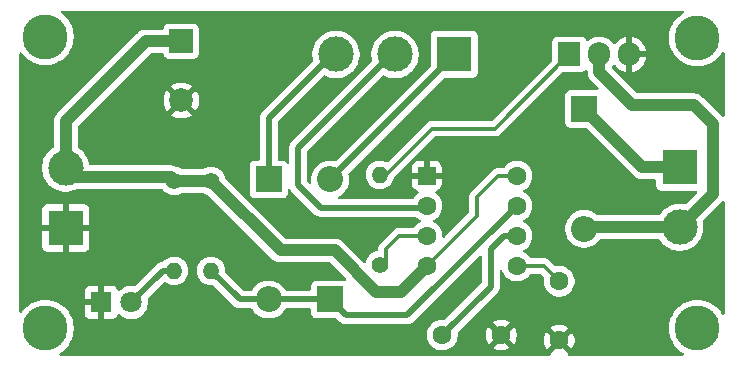
<source format=gbl>
G04 #@! TF.GenerationSoftware,KiCad,Pcbnew,9.0.1*
G04 #@! TF.CreationDate,2025-08-18T16:23:54+05:00*
G04 #@! TF.ProjectId,dc_motor_speed_controller,64635f6d-6f74-46f7-925f-73706565645f,rev?*
G04 #@! TF.SameCoordinates,Original*
G04 #@! TF.FileFunction,Copper,L2,Bot*
G04 #@! TF.FilePolarity,Positive*
%FSLAX46Y46*%
G04 Gerber Fmt 4.6, Leading zero omitted, Abs format (unit mm)*
G04 Created by KiCad (PCBNEW 9.0.1) date 2025-08-18 16:23:54*
%MOMM*%
%LPD*%
G01*
G04 APERTURE LIST*
G04 Aperture macros list*
%AMRoundRect*
0 Rectangle with rounded corners*
0 $1 Rounding radius*
0 $2 $3 $4 $5 $6 $7 $8 $9 X,Y pos of 4 corners*
0 Add a 4 corners polygon primitive as box body*
4,1,4,$2,$3,$4,$5,$6,$7,$8,$9,$2,$3,0*
0 Add four circle primitives for the rounded corners*
1,1,$1+$1,$2,$3*
1,1,$1+$1,$4,$5*
1,1,$1+$1,$6,$7*
1,1,$1+$1,$8,$9*
0 Add four rect primitives between the rounded corners*
20,1,$1+$1,$2,$3,$4,$5,0*
20,1,$1+$1,$4,$5,$6,$7,0*
20,1,$1+$1,$6,$7,$8,$9,0*
20,1,$1+$1,$8,$9,$2,$3,0*%
G04 Aperture macros list end*
G04 #@! TA.AperFunction,ComponentPad*
%ADD10C,3.800000*%
G04 #@! TD*
G04 #@! TA.AperFunction,ComponentPad*
%ADD11C,1.400000*%
G04 #@! TD*
G04 #@! TA.AperFunction,ComponentPad*
%ADD12O,1.400000X1.400000*%
G04 #@! TD*
G04 #@! TA.AperFunction,ComponentPad*
%ADD13R,2.200000X2.200000*%
G04 #@! TD*
G04 #@! TA.AperFunction,ComponentPad*
%ADD14O,2.200000X2.200000*%
G04 #@! TD*
G04 #@! TA.AperFunction,ComponentPad*
%ADD15C,1.600000*%
G04 #@! TD*
G04 #@! TA.AperFunction,ComponentPad*
%ADD16R,3.000000X3.000000*%
G04 #@! TD*
G04 #@! TA.AperFunction,ComponentPad*
%ADD17C,3.000000*%
G04 #@! TD*
G04 #@! TA.AperFunction,ComponentPad*
%ADD18RoundRect,0.250000X-0.550000X-0.550000X0.550000X-0.550000X0.550000X0.550000X-0.550000X0.550000X0*%
G04 #@! TD*
G04 #@! TA.AperFunction,ComponentPad*
%ADD19R,1.905000X2.000000*%
G04 #@! TD*
G04 #@! TA.AperFunction,ComponentPad*
%ADD20O,1.905000X2.000000*%
G04 #@! TD*
G04 #@! TA.AperFunction,ComponentPad*
%ADD21R,2.000000X2.000000*%
G04 #@! TD*
G04 #@! TA.AperFunction,ComponentPad*
%ADD22C,2.000000*%
G04 #@! TD*
G04 #@! TA.AperFunction,ComponentPad*
%ADD23R,1.800000X1.800000*%
G04 #@! TD*
G04 #@! TA.AperFunction,ComponentPad*
%ADD24C,1.800000*%
G04 #@! TD*
G04 #@! TA.AperFunction,Conductor*
%ADD25C,0.500000*%
G04 #@! TD*
G04 #@! TA.AperFunction,Conductor*
%ADD26C,0.300000*%
G04 #@! TD*
G04 #@! TA.AperFunction,Conductor*
%ADD27C,1.000000*%
G04 #@! TD*
G04 APERTURE END LIST*
D10*
X124400000Y-103100000D03*
D11*
X138400000Y-115300000D03*
D12*
X138400000Y-122920000D03*
D13*
X143300000Y-115190000D03*
D14*
X143300000Y-125350000D03*
D15*
X167900000Y-123820000D03*
X167900000Y-128820000D03*
D13*
X170000000Y-109220000D03*
D14*
X170000000Y-119380000D03*
D16*
X159000000Y-104600000D03*
D17*
X154000000Y-104600000D03*
X149000000Y-104600000D03*
D18*
X156695000Y-114890000D03*
D15*
X156695000Y-117430000D03*
X156695000Y-119970000D03*
X156695000Y-122510000D03*
X164315000Y-122510000D03*
X164315000Y-119970000D03*
X164315000Y-117430000D03*
X164315000Y-114890000D03*
D19*
X168760000Y-104600000D03*
D20*
X171300000Y-104600000D03*
X173840000Y-104600000D03*
D11*
X152700000Y-122410000D03*
D12*
X152700000Y-114790000D03*
D16*
X178100000Y-114160000D03*
D17*
X178100000Y-119240000D03*
D21*
X135900000Y-103500000D03*
D22*
X135900000Y-108500000D03*
D13*
X148500000Y-125350000D03*
D14*
X148500000Y-115190000D03*
D10*
X179600000Y-127800000D03*
D11*
X135300000Y-115300000D03*
D12*
X135300000Y-122920000D03*
D10*
X179600000Y-103200000D03*
X124400000Y-127800000D03*
D15*
X158000000Y-128370000D03*
X163000000Y-128370000D03*
D16*
X126115000Y-119300000D03*
D17*
X126115000Y-114220000D03*
D23*
X129125000Y-125600000D03*
D24*
X131665000Y-125600000D03*
D25*
X156200000Y-117600000D02*
X156370000Y-117430000D01*
X162100000Y-121100000D02*
X163230000Y-119970000D01*
X162100000Y-124270000D02*
X162100000Y-121100000D01*
X145800000Y-115700000D02*
X147700000Y-117600000D01*
X163230000Y-119970000D02*
X164315000Y-119970000D01*
X154000000Y-104300000D02*
X145800000Y-112500000D01*
X158000000Y-128370000D02*
X162100000Y-124270000D01*
X145800000Y-112500000D02*
X145800000Y-115700000D01*
X147700000Y-117600000D02*
X156200000Y-117600000D01*
X156370000Y-117430000D02*
X156695000Y-117430000D01*
D26*
X166590000Y-122510000D02*
X167900000Y-123820000D01*
X166590000Y-122510000D02*
X164315000Y-122510000D01*
D27*
X174940000Y-114160000D02*
X178100000Y-114160000D01*
X126895000Y-115000000D02*
X135000000Y-115000000D01*
X135900000Y-103500000D02*
X132900000Y-103500000D01*
D26*
X160900000Y-118305000D02*
X156695000Y-122510000D01*
D27*
X152400000Y-124700000D02*
X154500000Y-124700000D01*
X170000000Y-109220000D02*
X174940000Y-114160000D01*
D26*
X164315000Y-114890000D02*
X162710000Y-114890000D01*
D27*
X148900000Y-121200000D02*
X152400000Y-124700000D01*
X135300000Y-115300000D02*
X138400000Y-115300000D01*
X154500000Y-124700000D02*
X154500000Y-124705000D01*
X144300000Y-121200000D02*
X148900000Y-121200000D01*
X135000000Y-115000000D02*
X135300000Y-115300000D01*
X138400000Y-115300000D02*
X144300000Y-121200000D01*
D26*
X160900000Y-116700000D02*
X160900000Y-118305000D01*
D27*
X126115000Y-114220000D02*
X126895000Y-115000000D01*
X154500000Y-124705000D02*
X156695000Y-122510000D01*
D26*
X162710000Y-114890000D02*
X160900000Y-116700000D01*
D27*
X132900000Y-103500000D02*
X126115000Y-110285000D01*
X126115000Y-110285000D02*
X126115000Y-114220000D01*
X178100000Y-119240000D02*
X180900000Y-116440000D01*
X180900000Y-110500000D02*
X179300000Y-108900000D01*
X179300000Y-108900000D02*
X174100000Y-108900000D01*
X178100000Y-119240000D02*
X170140000Y-119240000D01*
X174100000Y-108900000D02*
X171300000Y-106100000D01*
X170140000Y-119240000D02*
X170000000Y-119380000D01*
X180900000Y-116440000D02*
X180900000Y-110500000D01*
X171300000Y-106100000D02*
X171300000Y-104600000D01*
D25*
X155045000Y-126700000D02*
X164315000Y-117430000D01*
X148500000Y-125350000D02*
X149850000Y-126700000D01*
X149850000Y-126700000D02*
X155045000Y-126700000D01*
X138400000Y-122920000D02*
X140830000Y-125350000D01*
X143300000Y-125350000D02*
X148500000Y-125350000D01*
X140830000Y-125350000D02*
X143300000Y-125350000D01*
X149000000Y-104300000D02*
X143300000Y-110000000D01*
X143300000Y-110000000D02*
X143300000Y-115190000D01*
X148500000Y-115190000D02*
X159000000Y-104690000D01*
X159000000Y-104690000D02*
X159000000Y-104300000D01*
X134345000Y-122920000D02*
X131665000Y-125600000D01*
X135300000Y-122920000D02*
X134345000Y-122920000D01*
D26*
X162460000Y-110900000D02*
X168760000Y-104600000D01*
X153200000Y-114790000D02*
X157090000Y-110900000D01*
X157090000Y-110900000D02*
X162460000Y-110900000D01*
X154330000Y-119970000D02*
X153200000Y-121100000D01*
X156695000Y-119970000D02*
X154330000Y-119970000D01*
X153200000Y-121100000D02*
X153200000Y-122410000D01*
G04 #@! TA.AperFunction,Conductor*
G36*
X178387085Y-100918438D02*
G01*
X178432842Y-100971241D01*
X178442787Y-101040399D01*
X178413765Y-101103956D01*
X178386021Y-101127750D01*
X178208712Y-101239161D01*
X177997915Y-101407265D01*
X177807265Y-101597915D01*
X177639161Y-101808712D01*
X177495714Y-102037005D01*
X177378734Y-102279917D01*
X177289687Y-102534397D01*
X177289684Y-102534405D01*
X177229688Y-102797268D01*
X177229686Y-102797280D01*
X177199500Y-103065186D01*
X177199500Y-103334813D01*
X177229686Y-103602719D01*
X177229687Y-103602728D01*
X177229688Y-103602732D01*
X177230419Y-103605934D01*
X177289684Y-103865594D01*
X177289687Y-103865602D01*
X177378734Y-104120082D01*
X177495714Y-104362994D01*
X177495716Y-104362997D01*
X177639162Y-104591289D01*
X177807266Y-104802085D01*
X177997915Y-104992734D01*
X178208711Y-105160838D01*
X178437003Y-105304284D01*
X178679921Y-105421267D01*
X178820081Y-105470311D01*
X178934397Y-105510312D01*
X178934405Y-105510315D01*
X178934408Y-105510315D01*
X178934409Y-105510316D01*
X179197268Y-105570312D01*
X179465187Y-105600499D01*
X179465188Y-105600500D01*
X179465191Y-105600500D01*
X179734812Y-105600500D01*
X179734812Y-105600499D01*
X180002732Y-105570312D01*
X180265591Y-105510316D01*
X180520079Y-105421267D01*
X180762997Y-105304284D01*
X180991289Y-105160838D01*
X181202085Y-104992734D01*
X181392734Y-104802085D01*
X181560838Y-104591289D01*
X181670506Y-104416753D01*
X181722841Y-104370463D01*
X181791894Y-104359815D01*
X181855743Y-104388190D01*
X181894115Y-104446580D01*
X181899500Y-104482726D01*
X181899500Y-109786608D01*
X181879815Y-109853647D01*
X181827011Y-109899402D01*
X181757853Y-109909346D01*
X181694297Y-109880321D01*
X181679647Y-109865273D01*
X181677138Y-109862216D01*
X180084209Y-108269289D01*
X180084206Y-108269285D01*
X180084206Y-108269286D01*
X180077139Y-108262219D01*
X180077139Y-108262218D01*
X179937782Y-108122861D01*
X179937781Y-108122860D01*
X179937780Y-108122859D01*
X179773920Y-108013371D01*
X179773911Y-108013366D01*
X179701315Y-107983296D01*
X179645165Y-107960038D01*
X179591836Y-107937949D01*
X179591832Y-107937948D01*
X179591828Y-107937946D01*
X179495188Y-107918724D01*
X179398544Y-107899500D01*
X179398541Y-107899500D01*
X174565782Y-107899500D01*
X174498743Y-107879815D01*
X174478101Y-107863181D01*
X172396317Y-105781397D01*
X172395844Y-105780532D01*
X172394986Y-105780046D01*
X172379130Y-105749923D01*
X172362832Y-105720074D01*
X172362902Y-105719090D01*
X172362443Y-105718218D01*
X172365389Y-105684311D01*
X172367816Y-105650382D01*
X172368434Y-105649269D01*
X172368492Y-105648611D01*
X172370561Y-105645445D01*
X172385879Y-105617896D01*
X172390717Y-105611634D01*
X172408286Y-105594066D01*
X172471098Y-105507612D01*
X172472189Y-105506201D01*
X172499053Y-105486723D01*
X172525319Y-105466470D01*
X172527215Y-105466307D01*
X172528756Y-105465190D01*
X172561886Y-105463329D01*
X172594932Y-105460491D01*
X172596614Y-105461378D01*
X172598516Y-105461272D01*
X172627398Y-105477621D01*
X172656727Y-105493096D01*
X172658644Y-105495308D01*
X172659320Y-105495691D01*
X172659852Y-105496702D01*
X172670626Y-105509135D01*
X172732097Y-105593741D01*
X172732097Y-105593742D01*
X172893757Y-105755402D01*
X173078723Y-105889788D01*
X173282429Y-105993582D01*
X173499871Y-106064234D01*
X173590000Y-106078509D01*
X173590000Y-105090747D01*
X173627708Y-105112518D01*
X173767591Y-105150000D01*
X173912409Y-105150000D01*
X174052292Y-105112518D01*
X174090000Y-105090747D01*
X174090000Y-106078508D01*
X174180128Y-106064234D01*
X174397570Y-105993582D01*
X174601276Y-105889788D01*
X174786242Y-105755402D01*
X174947902Y-105593742D01*
X175082288Y-105408776D01*
X175186082Y-105205070D01*
X175256734Y-104987628D01*
X175278532Y-104850000D01*
X174330748Y-104850000D01*
X174352518Y-104812292D01*
X174390000Y-104672409D01*
X174390000Y-104527591D01*
X174352518Y-104387708D01*
X174330748Y-104350000D01*
X175278532Y-104350000D01*
X175256734Y-104212371D01*
X175186082Y-103994929D01*
X175082288Y-103791223D01*
X174947902Y-103606257D01*
X174786242Y-103444597D01*
X174601276Y-103310211D01*
X174397568Y-103206417D01*
X174180124Y-103135765D01*
X174090000Y-103121490D01*
X174090000Y-104109252D01*
X174052292Y-104087482D01*
X173912409Y-104050000D01*
X173767591Y-104050000D01*
X173627708Y-104087482D01*
X173590000Y-104109252D01*
X173590000Y-103121490D01*
X173589999Y-103121490D01*
X173499875Y-103135765D01*
X173282431Y-103206417D01*
X173078723Y-103310211D01*
X172893757Y-103444597D01*
X172732097Y-103606257D01*
X172670627Y-103690864D01*
X172615297Y-103733529D01*
X172545684Y-103739508D01*
X172483889Y-103706902D01*
X172469991Y-103690864D01*
X172408286Y-103605934D01*
X172246566Y-103444214D01*
X172061538Y-103309783D01*
X171999435Y-103278140D01*
X171857755Y-103205950D01*
X171640248Y-103135278D01*
X171454812Y-103105908D01*
X171414354Y-103099500D01*
X171185646Y-103099500D01*
X171145188Y-103105908D01*
X170959753Y-103135278D01*
X170959750Y-103135278D01*
X170742244Y-103205950D01*
X170538461Y-103309783D01*
X170355759Y-103442525D01*
X170289952Y-103466005D01*
X170221898Y-103450180D01*
X170173203Y-103400074D01*
X170166690Y-103385538D01*
X170156296Y-103357669D01*
X170156293Y-103357664D01*
X170070047Y-103242455D01*
X170070044Y-103242452D01*
X169954835Y-103156206D01*
X169954828Y-103156202D01*
X169819982Y-103105908D01*
X169819983Y-103105908D01*
X169760383Y-103099501D01*
X169760381Y-103099500D01*
X169760373Y-103099500D01*
X169760364Y-103099500D01*
X167759629Y-103099500D01*
X167759623Y-103099501D01*
X167700016Y-103105908D01*
X167565171Y-103156202D01*
X167565164Y-103156206D01*
X167449955Y-103242452D01*
X167449952Y-103242455D01*
X167363706Y-103357664D01*
X167363702Y-103357671D01*
X167313408Y-103492517D01*
X167307001Y-103552116D01*
X167307000Y-103552135D01*
X167307000Y-105081691D01*
X167287315Y-105148730D01*
X167270681Y-105169372D01*
X162226873Y-110213181D01*
X162165550Y-110246666D01*
X162139192Y-110249500D01*
X157025929Y-110249500D01*
X156900261Y-110274497D01*
X156900255Y-110274499D01*
X156781874Y-110323534D01*
X156675326Y-110394726D01*
X153378073Y-113691979D01*
X153316750Y-113725464D01*
X153247058Y-113720480D01*
X153234097Y-113714783D01*
X153160836Y-113677454D01*
X152981118Y-113619059D01*
X152794486Y-113589500D01*
X152794481Y-113589500D01*
X152605519Y-113589500D01*
X152605514Y-113589500D01*
X152418881Y-113619059D01*
X152239163Y-113677454D01*
X152070800Y-113763240D01*
X151996895Y-113816936D01*
X151917927Y-113874310D01*
X151917925Y-113874312D01*
X151917924Y-113874312D01*
X151784312Y-114007924D01*
X151784312Y-114007925D01*
X151784310Y-114007927D01*
X151736610Y-114073579D01*
X151673240Y-114160800D01*
X151587454Y-114329163D01*
X151529059Y-114508881D01*
X151499500Y-114695513D01*
X151499500Y-114884486D01*
X151529059Y-115071118D01*
X151587454Y-115250836D01*
X151673240Y-115419199D01*
X151784310Y-115572073D01*
X151917927Y-115705690D01*
X152070801Y-115816760D01*
X152150347Y-115857290D01*
X152239163Y-115902545D01*
X152239165Y-115902545D01*
X152239168Y-115902547D01*
X152335497Y-115933846D01*
X152418881Y-115960940D01*
X152605514Y-115990500D01*
X152605519Y-115990500D01*
X152794486Y-115990500D01*
X152981118Y-115960940D01*
X153160832Y-115902547D01*
X153329199Y-115816760D01*
X153482073Y-115705690D01*
X153615690Y-115572073D01*
X153726760Y-115419199D01*
X153812547Y-115250832D01*
X153870940Y-115071118D01*
X153870942Y-115071105D01*
X153872074Y-115066392D01*
X153873536Y-115066742D01*
X153900591Y-115009641D01*
X153905454Y-115004490D01*
X157323127Y-111586819D01*
X157384450Y-111553334D01*
X157410808Y-111550500D01*
X162524071Y-111550500D01*
X162608615Y-111533682D01*
X162649744Y-111525501D01*
X162768127Y-111476465D01*
X162789698Y-111462052D01*
X162874669Y-111405277D01*
X168143127Y-106136817D01*
X168204450Y-106103333D01*
X168230808Y-106100499D01*
X169760371Y-106100499D01*
X169760372Y-106100499D01*
X169819983Y-106094091D01*
X169954831Y-106043796D01*
X170070046Y-105957546D01*
X170076233Y-105949280D01*
X170132166Y-105907409D01*
X170201858Y-105902425D01*
X170263181Y-105935909D01*
X170296666Y-105997232D01*
X170299500Y-106023591D01*
X170299500Y-106198541D01*
X170299500Y-106198543D01*
X170299499Y-106198543D01*
X170337947Y-106391829D01*
X170337950Y-106391839D01*
X170413364Y-106573907D01*
X170413371Y-106573920D01*
X170522860Y-106737781D01*
X170522863Y-106737785D01*
X170666537Y-106881459D01*
X170666559Y-106881479D01*
X171192899Y-107407819D01*
X171226384Y-107469142D01*
X171221400Y-107538834D01*
X171179528Y-107594767D01*
X171114064Y-107619184D01*
X171105218Y-107619500D01*
X168852129Y-107619500D01*
X168852123Y-107619501D01*
X168792516Y-107625908D01*
X168657671Y-107676202D01*
X168657664Y-107676206D01*
X168542455Y-107762452D01*
X168542452Y-107762455D01*
X168456206Y-107877664D01*
X168456202Y-107877671D01*
X168405908Y-108012517D01*
X168399501Y-108072116D01*
X168399500Y-108072135D01*
X168399500Y-110367870D01*
X168399501Y-110367876D01*
X168405908Y-110427483D01*
X168456202Y-110562328D01*
X168456206Y-110562335D01*
X168542452Y-110677544D01*
X168542455Y-110677547D01*
X168657664Y-110763793D01*
X168657671Y-110763797D01*
X168792517Y-110814091D01*
X168792516Y-110814091D01*
X168799444Y-110814835D01*
X168852127Y-110820500D01*
X170134217Y-110820499D01*
X170201256Y-110840184D01*
X170221898Y-110856818D01*
X174159735Y-114794655D01*
X174159764Y-114794686D01*
X174302214Y-114937136D01*
X174302218Y-114937139D01*
X174466079Y-115046628D01*
X174466083Y-115046630D01*
X174466086Y-115046632D01*
X174590407Y-115098127D01*
X174648164Y-115122051D01*
X174744812Y-115141275D01*
X174826192Y-115157463D01*
X174841458Y-115160500D01*
X174841459Y-115160500D01*
X174841460Y-115160500D01*
X175038540Y-115160500D01*
X175975501Y-115160500D01*
X176042540Y-115180185D01*
X176088295Y-115232989D01*
X176099501Y-115284500D01*
X176099501Y-115707876D01*
X176105908Y-115767483D01*
X176156202Y-115902328D01*
X176156206Y-115902335D01*
X176242452Y-116017544D01*
X176242455Y-116017547D01*
X176357664Y-116103793D01*
X176357671Y-116103797D01*
X176492517Y-116154091D01*
X176492516Y-116154091D01*
X176498088Y-116154690D01*
X176552127Y-116160500D01*
X179465217Y-116160499D01*
X179532256Y-116180184D01*
X179578011Y-116232987D01*
X179587955Y-116302146D01*
X179558930Y-116365702D01*
X179552898Y-116372180D01*
X178668110Y-117256968D01*
X178606787Y-117290453D01*
X178548337Y-117289062D01*
X178529271Y-117283953D01*
X178491116Y-117273730D01*
X178447662Y-117268009D01*
X178231127Y-117239500D01*
X178231120Y-117239500D01*
X177968880Y-117239500D01*
X177968872Y-117239500D01*
X177737772Y-117269926D01*
X177708884Y-117273730D01*
X177507658Y-117327648D01*
X177455581Y-117341602D01*
X177455571Y-117341605D01*
X177213309Y-117441953D01*
X177213299Y-117441958D01*
X176986196Y-117573075D01*
X176778148Y-117732718D01*
X176592718Y-117918148D01*
X176433075Y-118126196D01*
X176403456Y-118177500D01*
X176352889Y-118225715D01*
X176296069Y-118239500D01*
X171174311Y-118239500D01*
X171107272Y-118219815D01*
X171086630Y-118203181D01*
X171042654Y-118159205D01*
X171042649Y-118159201D01*
X170838848Y-118011132D01*
X170838847Y-118011131D01*
X170838845Y-118011130D01*
X170768747Y-117975413D01*
X170614383Y-117896760D01*
X170374785Y-117818910D01*
X170125962Y-117779500D01*
X169874038Y-117779500D01*
X169749626Y-117799205D01*
X169625214Y-117818910D01*
X169385616Y-117896760D01*
X169161151Y-118011132D01*
X168957350Y-118159201D01*
X168957345Y-118159205D01*
X168779205Y-118337345D01*
X168779201Y-118337350D01*
X168631132Y-118541151D01*
X168516760Y-118765616D01*
X168438910Y-119005214D01*
X168399500Y-119254038D01*
X168399500Y-119505961D01*
X168438910Y-119754785D01*
X168516760Y-119994383D01*
X168576362Y-120111357D01*
X168631068Y-120218724D01*
X168631132Y-120218848D01*
X168779201Y-120422649D01*
X168779205Y-120422654D01*
X168957345Y-120600794D01*
X168957350Y-120600798D01*
X169034457Y-120656819D01*
X169161155Y-120748870D01*
X169295286Y-120817213D01*
X169385616Y-120863239D01*
X169385618Y-120863239D01*
X169385621Y-120863241D01*
X169625215Y-120941090D01*
X169874038Y-120980500D01*
X169874039Y-120980500D01*
X170125961Y-120980500D01*
X170125962Y-120980500D01*
X170374785Y-120941090D01*
X170614379Y-120863241D01*
X170838845Y-120748870D01*
X171042656Y-120600793D01*
X171220793Y-120422656D01*
X171316000Y-120291615D01*
X171371330Y-120248949D01*
X171416318Y-120240500D01*
X176296069Y-120240500D01*
X176363108Y-120260185D01*
X176403456Y-120302500D01*
X176433075Y-120353803D01*
X176592718Y-120561851D01*
X176592726Y-120561860D01*
X176778140Y-120747274D01*
X176778148Y-120747281D01*
X176986196Y-120906924D01*
X177213299Y-121038041D01*
X177213309Y-121038046D01*
X177455571Y-121138394D01*
X177455581Y-121138398D01*
X177708884Y-121206270D01*
X177968880Y-121240500D01*
X177968887Y-121240500D01*
X178231113Y-121240500D01*
X178231120Y-121240500D01*
X178491116Y-121206270D01*
X178744419Y-121138398D01*
X178921340Y-121065114D01*
X178986690Y-121038046D01*
X178986691Y-121038045D01*
X178986697Y-121038043D01*
X179213803Y-120906924D01*
X179421851Y-120747282D01*
X179421855Y-120747277D01*
X179421860Y-120747274D01*
X179607274Y-120561860D01*
X179607277Y-120561855D01*
X179607282Y-120561851D01*
X179766924Y-120353803D01*
X179898043Y-120126697D01*
X179906462Y-120106373D01*
X179937768Y-120030793D01*
X179998398Y-119884419D01*
X180066270Y-119631116D01*
X180100500Y-119371120D01*
X180100500Y-119108880D01*
X180066270Y-118848884D01*
X180050937Y-118791661D01*
X180052600Y-118721811D01*
X180083029Y-118671889D01*
X181537778Y-117217141D01*
X181537782Y-117217139D01*
X181677139Y-117077782D01*
X181679804Y-117073793D01*
X181687434Y-117066096D01*
X181713127Y-117051919D01*
X181737387Y-117035393D01*
X181743370Y-117035232D01*
X181748609Y-117032342D01*
X181777889Y-117034306D01*
X181807232Y-117033520D01*
X181812351Y-117036619D01*
X181818322Y-117037020D01*
X181841892Y-117054502D01*
X181867002Y-117069704D01*
X181869633Y-117075079D01*
X181874439Y-117078644D01*
X181884815Y-117106093D01*
X181897721Y-117132459D01*
X181898573Y-117142492D01*
X181899144Y-117144001D01*
X181898828Y-117145484D01*
X181899500Y-117153391D01*
X181899500Y-126517273D01*
X181879815Y-126584312D01*
X181827011Y-126630067D01*
X181757853Y-126640011D01*
X181694297Y-126610986D01*
X181670506Y-126583245D01*
X181599593Y-126470389D01*
X181560838Y-126408711D01*
X181392734Y-126197915D01*
X181202085Y-126007266D01*
X180991289Y-125839162D01*
X180786083Y-125710222D01*
X180762994Y-125695714D01*
X180520082Y-125578734D01*
X180265602Y-125489687D01*
X180265594Y-125489684D01*
X180068446Y-125444687D01*
X180002732Y-125429688D01*
X180002728Y-125429687D01*
X180002719Y-125429686D01*
X179734813Y-125399500D01*
X179734809Y-125399500D01*
X179465191Y-125399500D01*
X179465186Y-125399500D01*
X179197280Y-125429686D01*
X179197268Y-125429688D01*
X178934405Y-125489684D01*
X178934397Y-125489687D01*
X178679917Y-125578734D01*
X178437005Y-125695714D01*
X178208712Y-125839161D01*
X177997915Y-126007265D01*
X177807265Y-126197915D01*
X177639161Y-126408712D01*
X177495714Y-126637005D01*
X177378734Y-126879917D01*
X177289687Y-127134397D01*
X177289684Y-127134405D01*
X177229688Y-127397268D01*
X177229686Y-127397280D01*
X177199500Y-127665186D01*
X177199500Y-127934813D01*
X177229686Y-128202719D01*
X177229687Y-128202728D01*
X177229688Y-128202732D01*
X177244505Y-128267648D01*
X177289684Y-128465594D01*
X177289687Y-128465602D01*
X177378734Y-128720082D01*
X177495714Y-128962994D01*
X177540087Y-129033613D01*
X177639162Y-129191289D01*
X177807266Y-129402085D01*
X177997915Y-129592734D01*
X178208711Y-129760838D01*
X178383246Y-129870506D01*
X178429537Y-129922841D01*
X178440185Y-129991894D01*
X178411810Y-130055743D01*
X178353420Y-130094115D01*
X178317274Y-130099500D01*
X168732243Y-130099500D01*
X168665204Y-130079815D01*
X168619449Y-130027011D01*
X168609505Y-129957853D01*
X168623789Y-129926575D01*
X168625921Y-129899474D01*
X167946447Y-129220000D01*
X167952661Y-129220000D01*
X168054394Y-129192741D01*
X168145606Y-129140080D01*
X168220080Y-129065606D01*
X168272741Y-128974394D01*
X168300000Y-128872661D01*
X168300000Y-128866447D01*
X168979474Y-129545921D01*
X169011859Y-129501349D01*
X169104755Y-129319031D01*
X169167990Y-129124417D01*
X169200000Y-128922317D01*
X169200000Y-128717682D01*
X169167990Y-128515582D01*
X169104755Y-128320968D01*
X169011859Y-128138650D01*
X168979474Y-128094077D01*
X168979474Y-128094076D01*
X168300000Y-128773551D01*
X168300000Y-128767339D01*
X168272741Y-128665606D01*
X168220080Y-128574394D01*
X168145606Y-128499920D01*
X168054394Y-128447259D01*
X167952661Y-128420000D01*
X167946446Y-128420000D01*
X168625922Y-127740524D01*
X168625921Y-127740523D01*
X168581359Y-127708147D01*
X168581350Y-127708141D01*
X168399031Y-127615244D01*
X168204417Y-127552009D01*
X168002317Y-127520000D01*
X167797683Y-127520000D01*
X167595582Y-127552009D01*
X167400968Y-127615244D01*
X167218644Y-127708143D01*
X167174077Y-127740523D01*
X167174077Y-127740524D01*
X167853554Y-128420000D01*
X167847339Y-128420000D01*
X167745606Y-128447259D01*
X167654394Y-128499920D01*
X167579920Y-128574394D01*
X167527259Y-128665606D01*
X167500000Y-128767339D01*
X167500000Y-128773553D01*
X166820524Y-128094077D01*
X166820523Y-128094077D01*
X166788143Y-128138644D01*
X166695244Y-128320968D01*
X166632009Y-128515582D01*
X166600000Y-128717682D01*
X166600000Y-128922317D01*
X166632009Y-129124417D01*
X166695244Y-129319031D01*
X166788141Y-129501350D01*
X166788147Y-129501359D01*
X166820523Y-129545921D01*
X166820524Y-129545922D01*
X167500000Y-128866446D01*
X167500000Y-128872661D01*
X167527259Y-128974394D01*
X167579920Y-129065606D01*
X167654394Y-129140080D01*
X167745606Y-129192741D01*
X167847339Y-129220000D01*
X167853553Y-129220000D01*
X167174076Y-129899474D01*
X167175748Y-129920710D01*
X167183307Y-129930513D01*
X167189285Y-130000127D01*
X167156678Y-130061921D01*
X167095839Y-130096278D01*
X167067755Y-130099500D01*
X125682726Y-130099500D01*
X125615687Y-130079815D01*
X125569932Y-130027011D01*
X125559988Y-129957853D01*
X125589013Y-129894297D01*
X125616754Y-129870506D01*
X125791289Y-129760838D01*
X126002085Y-129592734D01*
X126192734Y-129402085D01*
X126360838Y-129191289D01*
X126504284Y-128962997D01*
X126621267Y-128720079D01*
X126710316Y-128465591D01*
X126770312Y-128202732D01*
X126800500Y-127934809D01*
X126800500Y-127665191D01*
X126770312Y-127397268D01*
X126710316Y-127134409D01*
X126621267Y-126879921D01*
X126504284Y-126637003D01*
X126360838Y-126408711D01*
X126192734Y-126197915D01*
X126002085Y-126007266D01*
X125791289Y-125839162D01*
X125586083Y-125710222D01*
X125562994Y-125695714D01*
X125320082Y-125578734D01*
X125065602Y-125489687D01*
X125065594Y-125489684D01*
X124868446Y-125444687D01*
X124802732Y-125429688D01*
X124802728Y-125429687D01*
X124802719Y-125429686D01*
X124534813Y-125399500D01*
X124534809Y-125399500D01*
X124265191Y-125399500D01*
X124265186Y-125399500D01*
X123997280Y-125429686D01*
X123997268Y-125429688D01*
X123734405Y-125489684D01*
X123734397Y-125489687D01*
X123479917Y-125578734D01*
X123237005Y-125695714D01*
X123008712Y-125839161D01*
X122797915Y-126007265D01*
X122607265Y-126197915D01*
X122439159Y-126408714D01*
X122429493Y-126424098D01*
X122377158Y-126470389D01*
X122308105Y-126481036D01*
X122244256Y-126452661D01*
X122205885Y-126394270D01*
X122200500Y-126358125D01*
X122200500Y-124652155D01*
X127725000Y-124652155D01*
X127725000Y-125350000D01*
X128749722Y-125350000D01*
X128705667Y-125426306D01*
X128675000Y-125540756D01*
X128675000Y-125659244D01*
X128705667Y-125773694D01*
X128749722Y-125850000D01*
X127725000Y-125850000D01*
X127725000Y-126547844D01*
X127731401Y-126607372D01*
X127731403Y-126607379D01*
X127781645Y-126742086D01*
X127781649Y-126742093D01*
X127867809Y-126857187D01*
X127867812Y-126857190D01*
X127982906Y-126943350D01*
X127982913Y-126943354D01*
X128117620Y-126993596D01*
X128117627Y-126993598D01*
X128177155Y-126999999D01*
X128177172Y-127000000D01*
X128875000Y-127000000D01*
X128875000Y-125975277D01*
X128951306Y-126019333D01*
X129065756Y-126050000D01*
X129184244Y-126050000D01*
X129298694Y-126019333D01*
X129375000Y-125975277D01*
X129375000Y-127000000D01*
X130072828Y-127000000D01*
X130072844Y-126999999D01*
X130132372Y-126993598D01*
X130132379Y-126993596D01*
X130267086Y-126943354D01*
X130267093Y-126943350D01*
X130382187Y-126857190D01*
X130382190Y-126857187D01*
X130468350Y-126742093D01*
X130468354Y-126742086D01*
X130498213Y-126662031D01*
X130540084Y-126606097D01*
X130605548Y-126581680D01*
X130673821Y-126596531D01*
X130702076Y-126617683D01*
X130752636Y-126668243D01*
X130752641Y-126668247D01*
X130908192Y-126781260D01*
X130930978Y-126797815D01*
X131047501Y-126857187D01*
X131127393Y-126897895D01*
X131127396Y-126897896D01*
X131232221Y-126931955D01*
X131337049Y-126966015D01*
X131554778Y-127000500D01*
X131554779Y-127000500D01*
X131775221Y-127000500D01*
X131775222Y-127000500D01*
X131992951Y-126966015D01*
X132202606Y-126897895D01*
X132399022Y-126797815D01*
X132577365Y-126668242D01*
X132733242Y-126512365D01*
X132862815Y-126334022D01*
X132962895Y-126137606D01*
X133031015Y-125927951D01*
X133065500Y-125710222D01*
X133065500Y-125489778D01*
X133044084Y-125354566D01*
X133053038Y-125285276D01*
X133078873Y-125247493D01*
X134427259Y-123899107D01*
X134488580Y-123865624D01*
X134558272Y-123870608D01*
X134587819Y-123886469D01*
X134646830Y-123929344D01*
X134670799Y-123946759D01*
X134839163Y-124032545D01*
X134839165Y-124032545D01*
X134839168Y-124032547D01*
X134935497Y-124063846D01*
X135018881Y-124090940D01*
X135205514Y-124120500D01*
X135205519Y-124120500D01*
X135394486Y-124120500D01*
X135581118Y-124090940D01*
X135630145Y-124075010D01*
X135760832Y-124032547D01*
X135929199Y-123946760D01*
X136082073Y-123835690D01*
X136215690Y-123702073D01*
X136326760Y-123549199D01*
X136412547Y-123380832D01*
X136470940Y-123201118D01*
X136472446Y-123191610D01*
X136500500Y-123014486D01*
X136500500Y-122825513D01*
X136470940Y-122638881D01*
X136423658Y-122493364D01*
X136412547Y-122459168D01*
X136412545Y-122459165D01*
X136412545Y-122459163D01*
X136326759Y-122290800D01*
X136300690Y-122254919D01*
X136215690Y-122137927D01*
X136082073Y-122004310D01*
X135929199Y-121893240D01*
X135912040Y-121884497D01*
X135760836Y-121807454D01*
X135581118Y-121749059D01*
X135394486Y-121719500D01*
X135394481Y-121719500D01*
X135205519Y-121719500D01*
X135205514Y-121719500D01*
X135018881Y-121749059D01*
X134839163Y-121807454D01*
X134670800Y-121893240D01*
X134615341Y-121933534D01*
X134517927Y-122004310D01*
X134517925Y-122004312D01*
X134517924Y-122004312D01*
X134389056Y-122133181D01*
X134327733Y-122166666D01*
X134301375Y-122169500D01*
X134271080Y-122169500D01*
X134126092Y-122198340D01*
X134126082Y-122198343D01*
X133989511Y-122254912D01*
X133989498Y-122254919D01*
X133866584Y-122337048D01*
X133866580Y-122337051D01*
X132017508Y-124186122D01*
X131956185Y-124219607D01*
X131910429Y-124220914D01*
X131775227Y-124199500D01*
X131775222Y-124199500D01*
X131554778Y-124199500D01*
X131482201Y-124210995D01*
X131337047Y-124233985D01*
X131127396Y-124302103D01*
X131127393Y-124302104D01*
X130930974Y-124402187D01*
X130752641Y-124531752D01*
X130752636Y-124531756D01*
X130702075Y-124582317D01*
X130640752Y-124615801D01*
X130571060Y-124610816D01*
X130515127Y-124568945D01*
X130498213Y-124537968D01*
X130468354Y-124457913D01*
X130468350Y-124457906D01*
X130382190Y-124342812D01*
X130382187Y-124342809D01*
X130267093Y-124256649D01*
X130267086Y-124256645D01*
X130132379Y-124206403D01*
X130132372Y-124206401D01*
X130072844Y-124200000D01*
X129375000Y-124200000D01*
X129375000Y-125224722D01*
X129298694Y-125180667D01*
X129184244Y-125150000D01*
X129065756Y-125150000D01*
X128951306Y-125180667D01*
X128875000Y-125224722D01*
X128875000Y-124200000D01*
X128177155Y-124200000D01*
X128117627Y-124206401D01*
X128117620Y-124206403D01*
X127982913Y-124256645D01*
X127982906Y-124256649D01*
X127867812Y-124342809D01*
X127867809Y-124342812D01*
X127781649Y-124457906D01*
X127781645Y-124457913D01*
X127731403Y-124592620D01*
X127731401Y-124592627D01*
X127725000Y-124652155D01*
X122200500Y-124652155D01*
X122200500Y-117752155D01*
X124115000Y-117752155D01*
X124115000Y-119050000D01*
X125395936Y-119050000D01*
X125384207Y-119078316D01*
X125355000Y-119225147D01*
X125355000Y-119374853D01*
X125384207Y-119521684D01*
X125395936Y-119550000D01*
X124115000Y-119550000D01*
X124115000Y-120847844D01*
X124121401Y-120907372D01*
X124121403Y-120907379D01*
X124171645Y-121042086D01*
X124171649Y-121042093D01*
X124257809Y-121157187D01*
X124257812Y-121157190D01*
X124372906Y-121243350D01*
X124372913Y-121243354D01*
X124507620Y-121293596D01*
X124507627Y-121293598D01*
X124567155Y-121299999D01*
X124567172Y-121300000D01*
X125865000Y-121300000D01*
X125865000Y-120019064D01*
X125893316Y-120030793D01*
X126040147Y-120060000D01*
X126189853Y-120060000D01*
X126336684Y-120030793D01*
X126365000Y-120019064D01*
X126365000Y-121300000D01*
X127662828Y-121300000D01*
X127662844Y-121299999D01*
X127722372Y-121293598D01*
X127722379Y-121293596D01*
X127857086Y-121243354D01*
X127857093Y-121243350D01*
X127972187Y-121157190D01*
X127972190Y-121157187D01*
X128058350Y-121042093D01*
X128058354Y-121042086D01*
X128108596Y-120907379D01*
X128108598Y-120907372D01*
X128114999Y-120847844D01*
X128115000Y-120847827D01*
X128115000Y-119550000D01*
X126834064Y-119550000D01*
X126845793Y-119521684D01*
X126875000Y-119374853D01*
X126875000Y-119225147D01*
X126845793Y-119078316D01*
X126834064Y-119050000D01*
X128115000Y-119050000D01*
X128115000Y-117752172D01*
X128114999Y-117752155D01*
X128108598Y-117692627D01*
X128108596Y-117692620D01*
X128058354Y-117557913D01*
X128058350Y-117557906D01*
X127972190Y-117442812D01*
X127972187Y-117442809D01*
X127857093Y-117356649D01*
X127857086Y-117356645D01*
X127722379Y-117306403D01*
X127722372Y-117306401D01*
X127662844Y-117300000D01*
X126365000Y-117300000D01*
X126365000Y-118580935D01*
X126336684Y-118569207D01*
X126189853Y-118540000D01*
X126040147Y-118540000D01*
X125893316Y-118569207D01*
X125865000Y-118580935D01*
X125865000Y-117300000D01*
X124567155Y-117300000D01*
X124507627Y-117306401D01*
X124507620Y-117306403D01*
X124372913Y-117356645D01*
X124372906Y-117356649D01*
X124257812Y-117442809D01*
X124257809Y-117442812D01*
X124171649Y-117557906D01*
X124171645Y-117557913D01*
X124121403Y-117692620D01*
X124121401Y-117692627D01*
X124115000Y-117752155D01*
X122200500Y-117752155D01*
X122200500Y-114088872D01*
X124114500Y-114088872D01*
X124114500Y-114351127D01*
X124132784Y-114490000D01*
X124148730Y-114611116D01*
X124209346Y-114837339D01*
X124216602Y-114864418D01*
X124216605Y-114864428D01*
X124316953Y-115106690D01*
X124316958Y-115106700D01*
X124448075Y-115333803D01*
X124607718Y-115541851D01*
X124607726Y-115541860D01*
X124793140Y-115727274D01*
X124793148Y-115727281D01*
X124793149Y-115727282D01*
X124834646Y-115759124D01*
X125001196Y-115886924D01*
X125228299Y-116018041D01*
X125228309Y-116018046D01*
X125454454Y-116111718D01*
X125470581Y-116118398D01*
X125723884Y-116186270D01*
X125983880Y-116220500D01*
X125983887Y-116220500D01*
X126246113Y-116220500D01*
X126246120Y-116220500D01*
X126506116Y-116186270D01*
X126759419Y-116118398D01*
X126937807Y-116044507D01*
X127001690Y-116018046D01*
X127001690Y-116018045D01*
X127001697Y-116018043D01*
X127003310Y-116017111D01*
X127003911Y-116016950D01*
X127005332Y-116016250D01*
X127005471Y-116016532D01*
X127065308Y-116000500D01*
X134261862Y-116000500D01*
X134328901Y-116020185D01*
X134362179Y-116051613D01*
X134381571Y-116078304D01*
X134384310Y-116082073D01*
X134517927Y-116215690D01*
X134670801Y-116326760D01*
X134746014Y-116365083D01*
X134839163Y-116412545D01*
X134839165Y-116412545D01*
X134839168Y-116412547D01*
X134935497Y-116443846D01*
X135018881Y-116470940D01*
X135205514Y-116500500D01*
X135205519Y-116500500D01*
X135394486Y-116500500D01*
X135581118Y-116470940D01*
X135760832Y-116412547D01*
X135764273Y-116410794D01*
X135845089Y-116369616D01*
X135929199Y-116326760D01*
X135932746Y-116324183D01*
X135998552Y-116300702D01*
X136005633Y-116300500D01*
X137694367Y-116300500D01*
X137761406Y-116320185D01*
X137767254Y-116324183D01*
X137770799Y-116326759D01*
X137939163Y-116412545D01*
X137939165Y-116412545D01*
X137939168Y-116412547D01*
X138118882Y-116470940D01*
X138121177Y-116471303D01*
X138123212Y-116471626D01*
X138186348Y-116501554D01*
X138191499Y-116506419D01*
X143519735Y-121834655D01*
X143519764Y-121834686D01*
X143662214Y-121977136D01*
X143662218Y-121977139D01*
X143826079Y-122086628D01*
X143826083Y-122086630D01*
X143826086Y-122086632D01*
X143949924Y-122137927D01*
X144008164Y-122162051D01*
X144045613Y-122169500D01*
X144138735Y-122188023D01*
X144201456Y-122200500D01*
X144201459Y-122200500D01*
X144201460Y-122200500D01*
X144398540Y-122200500D01*
X148434218Y-122200500D01*
X148501257Y-122220185D01*
X148521899Y-122236819D01*
X149836309Y-123551229D01*
X149869794Y-123612552D01*
X149864810Y-123682244D01*
X149822938Y-123738177D01*
X149757474Y-123762594D01*
X149715308Y-123756534D01*
X149715035Y-123757693D01*
X149707483Y-123755908D01*
X149647883Y-123749501D01*
X149647881Y-123749500D01*
X149647873Y-123749500D01*
X149647864Y-123749500D01*
X147352129Y-123749500D01*
X147352123Y-123749501D01*
X147292516Y-123755908D01*
X147157671Y-123806202D01*
X147157664Y-123806206D01*
X147042455Y-123892452D01*
X147042452Y-123892455D01*
X146956206Y-124007664D01*
X146956202Y-124007671D01*
X146905908Y-124142517D01*
X146899501Y-124202116D01*
X146899501Y-124202123D01*
X146899500Y-124202135D01*
X146899500Y-124475500D01*
X146879815Y-124542539D01*
X146827011Y-124588294D01*
X146775500Y-124599500D01*
X144789871Y-124599500D01*
X144722832Y-124579815D01*
X144679386Y-124531794D01*
X144668870Y-124511155D01*
X144668868Y-124511152D01*
X144668867Y-124511150D01*
X144520798Y-124307350D01*
X144520794Y-124307345D01*
X144342654Y-124129205D01*
X144342649Y-124129201D01*
X144138848Y-123981132D01*
X144138847Y-123981131D01*
X144138845Y-123981130D01*
X144023485Y-123922351D01*
X143914383Y-123866760D01*
X143674785Y-123788910D01*
X143608914Y-123778477D01*
X143425962Y-123749500D01*
X143174038Y-123749500D01*
X143049626Y-123769205D01*
X142925214Y-123788910D01*
X142685616Y-123866760D01*
X142461151Y-123981132D01*
X142257350Y-124129201D01*
X142257345Y-124129205D01*
X142079205Y-124307345D01*
X142079201Y-124307350D01*
X141931132Y-124511150D01*
X141926025Y-124521173D01*
X141920613Y-124531794D01*
X141872641Y-124582590D01*
X141810129Y-124599500D01*
X141192230Y-124599500D01*
X141125191Y-124579815D01*
X141104549Y-124563181D01*
X139636819Y-123095451D01*
X139603334Y-123034128D01*
X139600500Y-123007770D01*
X139600500Y-122825513D01*
X139570940Y-122638881D01*
X139523658Y-122493364D01*
X139512547Y-122459168D01*
X139512545Y-122459165D01*
X139512545Y-122459163D01*
X139426759Y-122290800D01*
X139400690Y-122254919D01*
X139315690Y-122137927D01*
X139182073Y-122004310D01*
X139029199Y-121893240D01*
X139012040Y-121884497D01*
X138860836Y-121807454D01*
X138681118Y-121749059D01*
X138494486Y-121719500D01*
X138494481Y-121719500D01*
X138305519Y-121719500D01*
X138305514Y-121719500D01*
X138118881Y-121749059D01*
X137939163Y-121807454D01*
X137770800Y-121893240D01*
X137715341Y-121933534D01*
X137617927Y-122004310D01*
X137617925Y-122004312D01*
X137617924Y-122004312D01*
X137484312Y-122137924D01*
X137484312Y-122137925D01*
X137484310Y-122137927D01*
X137459367Y-122172258D01*
X137373240Y-122290800D01*
X137287454Y-122459163D01*
X137229059Y-122638881D01*
X137199500Y-122825513D01*
X137199500Y-123014486D01*
X137229059Y-123201118D01*
X137287454Y-123380836D01*
X137349176Y-123501971D01*
X137373240Y-123549199D01*
X137484310Y-123702073D01*
X137617927Y-123835690D01*
X137770801Y-123946760D01*
X137836439Y-123980204D01*
X137939163Y-124032545D01*
X137939165Y-124032545D01*
X137939168Y-124032547D01*
X138035497Y-124063846D01*
X138118881Y-124090940D01*
X138305514Y-124120500D01*
X138487770Y-124120500D01*
X138554809Y-124140185D01*
X138575451Y-124156819D01*
X140351586Y-125932954D01*
X140381058Y-125952645D01*
X140425270Y-125982186D01*
X140474505Y-126015084D01*
X140474506Y-126015084D01*
X140474507Y-126015085D01*
X140474509Y-126015086D01*
X140611082Y-126071656D01*
X140611087Y-126071658D01*
X140611091Y-126071658D01*
X140611092Y-126071659D01*
X140756079Y-126100500D01*
X140756082Y-126100500D01*
X140756083Y-126100500D01*
X140903917Y-126100500D01*
X141810129Y-126100500D01*
X141877168Y-126120185D01*
X141920613Y-126168205D01*
X141923051Y-126172989D01*
X141931132Y-126188849D01*
X142079201Y-126392649D01*
X142079205Y-126392654D01*
X142257345Y-126570794D01*
X142257350Y-126570798D01*
X142391471Y-126668242D01*
X142461155Y-126718870D01*
X142604184Y-126791747D01*
X142685616Y-126833239D01*
X142685618Y-126833239D01*
X142685621Y-126833241D01*
X142925215Y-126911090D01*
X143174038Y-126950500D01*
X143174039Y-126950500D01*
X143425961Y-126950500D01*
X143425962Y-126950500D01*
X143674785Y-126911090D01*
X143914379Y-126833241D01*
X144138845Y-126718870D01*
X144342656Y-126570793D01*
X144520793Y-126392656D01*
X144668870Y-126188845D01*
X144679386Y-126168205D01*
X144727359Y-126117410D01*
X144789871Y-126100500D01*
X146775501Y-126100500D01*
X146842540Y-126120185D01*
X146888295Y-126172989D01*
X146899501Y-126224500D01*
X146899501Y-126497876D01*
X146905908Y-126557483D01*
X146956202Y-126692328D01*
X146956206Y-126692335D01*
X147042452Y-126807544D01*
X147042455Y-126807547D01*
X147157664Y-126893793D01*
X147157671Y-126893797D01*
X147292517Y-126944091D01*
X147292516Y-126944091D01*
X147299444Y-126944835D01*
X147352127Y-126950500D01*
X148987770Y-126950499D01*
X149054809Y-126970184D01*
X149075451Y-126986818D01*
X149267049Y-127178416D01*
X149338735Y-127250102D01*
X149371585Y-127282952D01*
X149494498Y-127365080D01*
X149494511Y-127365087D01*
X149572204Y-127397268D01*
X149631087Y-127421658D01*
X149631091Y-127421658D01*
X149631092Y-127421659D01*
X149776079Y-127450500D01*
X149776082Y-127450500D01*
X155118920Y-127450500D01*
X155216462Y-127431096D01*
X155263913Y-127421658D01*
X155400495Y-127365084D01*
X155449729Y-127332186D01*
X155523416Y-127282952D01*
X161137819Y-121668549D01*
X161199142Y-121635064D01*
X161268834Y-121640048D01*
X161324767Y-121681920D01*
X161349184Y-121747384D01*
X161349500Y-121756230D01*
X161349500Y-123907770D01*
X161329815Y-123974809D01*
X161313181Y-123995451D01*
X158265105Y-127043526D01*
X158203782Y-127077011D01*
X158158026Y-127078318D01*
X158102352Y-127069500D01*
X157897648Y-127069500D01*
X157873329Y-127073351D01*
X157695465Y-127101522D01*
X157500776Y-127164781D01*
X157318386Y-127257715D01*
X157152786Y-127378028D01*
X157008028Y-127522786D01*
X156887715Y-127688386D01*
X156794781Y-127870776D01*
X156731522Y-128065465D01*
X156699500Y-128267648D01*
X156699500Y-128472351D01*
X156731522Y-128674534D01*
X156794781Y-128869223D01*
X156842561Y-128962994D01*
X156887585Y-129051359D01*
X156887715Y-129051613D01*
X157008028Y-129217213D01*
X157152786Y-129361971D01*
X157273226Y-129449474D01*
X157318390Y-129482287D01*
X157434607Y-129541503D01*
X157500776Y-129575218D01*
X157500778Y-129575218D01*
X157500781Y-129575220D01*
X157554684Y-129592734D01*
X157695465Y-129638477D01*
X157796557Y-129654488D01*
X157897648Y-129670500D01*
X157897649Y-129670500D01*
X158102351Y-129670500D01*
X158102352Y-129670500D01*
X158304534Y-129638477D01*
X158499219Y-129575220D01*
X158681610Y-129482287D01*
X158774590Y-129414732D01*
X158847213Y-129361971D01*
X158847215Y-129361968D01*
X158847219Y-129361966D01*
X158991966Y-129217219D01*
X158991968Y-129217215D01*
X158991971Y-129217213D01*
X159059390Y-129124417D01*
X159112287Y-129051610D01*
X159205220Y-128869219D01*
X159268477Y-128674534D01*
X159300500Y-128472352D01*
X159300500Y-128267682D01*
X161700000Y-128267682D01*
X161700000Y-128472317D01*
X161732009Y-128674417D01*
X161795244Y-128869031D01*
X161888141Y-129051350D01*
X161888147Y-129051359D01*
X161920523Y-129095921D01*
X161920524Y-129095922D01*
X162600000Y-128416446D01*
X162600000Y-128422661D01*
X162627259Y-128524394D01*
X162679920Y-128615606D01*
X162754394Y-128690080D01*
X162845606Y-128742741D01*
X162947339Y-128770000D01*
X162953553Y-128770000D01*
X162274076Y-129449474D01*
X162318650Y-129481859D01*
X162500968Y-129574755D01*
X162695582Y-129637990D01*
X162897683Y-129670000D01*
X163102317Y-129670000D01*
X163304417Y-129637990D01*
X163499031Y-129574755D01*
X163681349Y-129481859D01*
X163725921Y-129449474D01*
X163046447Y-128770000D01*
X163052661Y-128770000D01*
X163154394Y-128742741D01*
X163245606Y-128690080D01*
X163320080Y-128615606D01*
X163372741Y-128524394D01*
X163400000Y-128422661D01*
X163400000Y-128416447D01*
X164079474Y-129095921D01*
X164111859Y-129051349D01*
X164204754Y-128869031D01*
X164267964Y-128674497D01*
X164267964Y-128674496D01*
X164267966Y-128674490D01*
X164267990Y-128674414D01*
X164300000Y-128472317D01*
X164300000Y-128267682D01*
X164267990Y-128065582D01*
X164204754Y-127870968D01*
X164191053Y-127844076D01*
X164111859Y-127688650D01*
X164079474Y-127644077D01*
X164079474Y-127644076D01*
X163400000Y-128323551D01*
X163400000Y-128317339D01*
X163372741Y-128215606D01*
X163320080Y-128124394D01*
X163245606Y-128049920D01*
X163154394Y-127997259D01*
X163052661Y-127970000D01*
X163046446Y-127970000D01*
X163725922Y-127290524D01*
X163725921Y-127290523D01*
X163681359Y-127258147D01*
X163681350Y-127258141D01*
X163499031Y-127165244D01*
X163304417Y-127102009D01*
X163102317Y-127070000D01*
X162897683Y-127070000D01*
X162695582Y-127102009D01*
X162500968Y-127165244D01*
X162318644Y-127258143D01*
X162274077Y-127290523D01*
X162274077Y-127290524D01*
X162953554Y-127970000D01*
X162947339Y-127970000D01*
X162845606Y-127997259D01*
X162754394Y-128049920D01*
X162679920Y-128124394D01*
X162627259Y-128215606D01*
X162600000Y-128317339D01*
X162600000Y-128323553D01*
X161920524Y-127644077D01*
X161920523Y-127644077D01*
X161888143Y-127688644D01*
X161795244Y-127870968D01*
X161732009Y-128065582D01*
X161700000Y-128267682D01*
X159300500Y-128267682D01*
X159300500Y-128267648D01*
X159291576Y-128211309D01*
X159291478Y-128210642D01*
X159296239Y-128176694D01*
X159300635Y-128142679D01*
X159301107Y-128141987D01*
X159301183Y-128141450D01*
X159302606Y-128139795D01*
X159326470Y-128104895D01*
X162682952Y-124748415D01*
X162749044Y-124649500D01*
X162765084Y-124625495D01*
X162803911Y-124531758D01*
X162821659Y-124488912D01*
X162850500Y-124343917D01*
X162850500Y-124196082D01*
X162850500Y-122994142D01*
X162870185Y-122927103D01*
X162922989Y-122881348D01*
X162992147Y-122871404D01*
X163055703Y-122900429D01*
X163092431Y-122955823D01*
X163109781Y-123009223D01*
X163202715Y-123191613D01*
X163323028Y-123357213D01*
X163467786Y-123501971D01*
X163544703Y-123557853D01*
X163633390Y-123622287D01*
X163713649Y-123663181D01*
X163815776Y-123715218D01*
X163815778Y-123715218D01*
X163815781Y-123715220D01*
X163920137Y-123749127D01*
X164010465Y-123778477D01*
X164076336Y-123788910D01*
X164212648Y-123810500D01*
X164212649Y-123810500D01*
X164417351Y-123810500D01*
X164417352Y-123810500D01*
X164619534Y-123778477D01*
X164814219Y-123715220D01*
X164996610Y-123622287D01*
X165110026Y-123539886D01*
X165162213Y-123501971D01*
X165162215Y-123501968D01*
X165162219Y-123501966D01*
X165306966Y-123357219D01*
X165412753Y-123211613D01*
X165468082Y-123168949D01*
X165513071Y-123160500D01*
X166269192Y-123160500D01*
X166336231Y-123180185D01*
X166356873Y-123196819D01*
X166592862Y-123432808D01*
X166626347Y-123494131D01*
X166627654Y-123539886D01*
X166599500Y-123717647D01*
X166599500Y-123922351D01*
X166631522Y-124124534D01*
X166694781Y-124319223D01*
X166737053Y-124402185D01*
X166781239Y-124488905D01*
X166787715Y-124501613D01*
X166908028Y-124667213D01*
X167052786Y-124811971D01*
X167207749Y-124924556D01*
X167218390Y-124932287D01*
X167334607Y-124991503D01*
X167400776Y-125025218D01*
X167400778Y-125025218D01*
X167400781Y-125025220D01*
X167505137Y-125059127D01*
X167595465Y-125088477D01*
X167696557Y-125104488D01*
X167797648Y-125120500D01*
X167797649Y-125120500D01*
X168002351Y-125120500D01*
X168002352Y-125120500D01*
X168204534Y-125088477D01*
X168399219Y-125025220D01*
X168581610Y-124932287D01*
X168674590Y-124864732D01*
X168747213Y-124811971D01*
X168747215Y-124811968D01*
X168747219Y-124811966D01*
X168891966Y-124667219D01*
X168891968Y-124667215D01*
X168891971Y-124667213D01*
X168955468Y-124579815D01*
X169012287Y-124501610D01*
X169105220Y-124319219D01*
X169168477Y-124124534D01*
X169200500Y-123922352D01*
X169200500Y-123717648D01*
X169175191Y-123557853D01*
X169168477Y-123515465D01*
X169105218Y-123320776D01*
X169049597Y-123211615D01*
X169012287Y-123138390D01*
X169004556Y-123127749D01*
X168891971Y-122972786D01*
X168747213Y-122828028D01*
X168581613Y-122707715D01*
X168581612Y-122707714D01*
X168581610Y-122707713D01*
X168524653Y-122678691D01*
X168399223Y-122614781D01*
X168204534Y-122551522D01*
X168029995Y-122523878D01*
X168002352Y-122519500D01*
X167797648Y-122519500D01*
X167619886Y-122547654D01*
X167550593Y-122538699D01*
X167512808Y-122512862D01*
X167004674Y-122004727D01*
X167004673Y-122004726D01*
X167004669Y-122004723D01*
X166898127Y-121933535D01*
X166779744Y-121884499D01*
X166779738Y-121884497D01*
X166654071Y-121859500D01*
X166654069Y-121859500D01*
X165513071Y-121859500D01*
X165446032Y-121839815D01*
X165412754Y-121808386D01*
X165306966Y-121662781D01*
X165162219Y-121518034D01*
X165162213Y-121518028D01*
X164996614Y-121397715D01*
X164951146Y-121374548D01*
X164903917Y-121350483D01*
X164853123Y-121302511D01*
X164836328Y-121234690D01*
X164858865Y-121168555D01*
X164903917Y-121129516D01*
X164996610Y-121082287D01*
X165051933Y-121042093D01*
X165162213Y-120961971D01*
X165162215Y-120961968D01*
X165162219Y-120961966D01*
X165306966Y-120817219D01*
X165306968Y-120817215D01*
X165306971Y-120817213D01*
X165402791Y-120685326D01*
X165427287Y-120651610D01*
X165520220Y-120469219D01*
X165583477Y-120274534D01*
X165615500Y-120072352D01*
X165615500Y-119867648D01*
X165583477Y-119665466D01*
X165581699Y-119659995D01*
X165531651Y-119505962D01*
X165520220Y-119470781D01*
X165520218Y-119470778D01*
X165520218Y-119470776D01*
X165471342Y-119374853D01*
X165427287Y-119288390D01*
X165381339Y-119225147D01*
X165306971Y-119122786D01*
X165162213Y-118978028D01*
X164996614Y-118857715D01*
X164913817Y-118815528D01*
X164903917Y-118810483D01*
X164853123Y-118762511D01*
X164836328Y-118694690D01*
X164858865Y-118628555D01*
X164903917Y-118589516D01*
X164996610Y-118542287D01*
X165017770Y-118526913D01*
X165162213Y-118421971D01*
X165162215Y-118421968D01*
X165162219Y-118421966D01*
X165306966Y-118277219D01*
X165306968Y-118277215D01*
X165306971Y-118277213D01*
X165375458Y-118182947D01*
X165427287Y-118111610D01*
X165520220Y-117929219D01*
X165583477Y-117734534D01*
X165615500Y-117532352D01*
X165615500Y-117327648D01*
X165609609Y-117290453D01*
X165583477Y-117125465D01*
X165553219Y-117032342D01*
X165520220Y-116930781D01*
X165520218Y-116930778D01*
X165520218Y-116930776D01*
X165478805Y-116849500D01*
X165427287Y-116748390D01*
X165415260Y-116731836D01*
X165306971Y-116582786D01*
X165162213Y-116438028D01*
X164996614Y-116317715D01*
X164963224Y-116300702D01*
X164903917Y-116270483D01*
X164853123Y-116222511D01*
X164836328Y-116154690D01*
X164858865Y-116088555D01*
X164903917Y-116049516D01*
X164996610Y-116002287D01*
X165053520Y-115960940D01*
X165162213Y-115881971D01*
X165162215Y-115881968D01*
X165162219Y-115881966D01*
X165306966Y-115737219D01*
X165306968Y-115737215D01*
X165306971Y-115737213D01*
X165359732Y-115664590D01*
X165427287Y-115571610D01*
X165520220Y-115389219D01*
X165583477Y-115194534D01*
X165615500Y-114992352D01*
X165615500Y-114787648D01*
X165596420Y-114667185D01*
X165583477Y-114585465D01*
X165520218Y-114390776D01*
X165480861Y-114313534D01*
X165427287Y-114208390D01*
X165392711Y-114160800D01*
X165306971Y-114042786D01*
X165162213Y-113898028D01*
X164996613Y-113777715D01*
X164996612Y-113777714D01*
X164996610Y-113777713D01*
X164937675Y-113747684D01*
X164814223Y-113684781D01*
X164619534Y-113621522D01*
X164444995Y-113593878D01*
X164417352Y-113589500D01*
X164212648Y-113589500D01*
X164188329Y-113593351D01*
X164010465Y-113621522D01*
X163815776Y-113684781D01*
X163633386Y-113777715D01*
X163467786Y-113898028D01*
X163323034Y-114042780D01*
X163277345Y-114105667D01*
X163217246Y-114188386D01*
X163161918Y-114231051D01*
X163116929Y-114239500D01*
X162645929Y-114239500D01*
X162520261Y-114264497D01*
X162520251Y-114264500D01*
X162471220Y-114284810D01*
X162401881Y-114313530D01*
X162401863Y-114313540D01*
X162295332Y-114384721D01*
X162295325Y-114384727D01*
X160394725Y-116285328D01*
X160394724Y-116285329D01*
X160341436Y-116365083D01*
X160341435Y-116365083D01*
X160323536Y-116391870D01*
X160323534Y-116391874D01*
X160274499Y-116510255D01*
X160274497Y-116510261D01*
X160249500Y-116635928D01*
X160249500Y-117984191D01*
X160229815Y-118051230D01*
X160213181Y-118071872D01*
X158207181Y-120077872D01*
X158145858Y-120111357D01*
X158076166Y-120106373D01*
X158020233Y-120064501D01*
X157995816Y-119999037D01*
X157995500Y-119990191D01*
X157995500Y-119867648D01*
X157963477Y-119665465D01*
X157911651Y-119505962D01*
X157900220Y-119470781D01*
X157900218Y-119470778D01*
X157900218Y-119470776D01*
X157851342Y-119374853D01*
X157807287Y-119288390D01*
X157761339Y-119225147D01*
X157686971Y-119122786D01*
X157542213Y-118978028D01*
X157376614Y-118857715D01*
X157293817Y-118815528D01*
X157283917Y-118810483D01*
X157233123Y-118762511D01*
X157216328Y-118694690D01*
X157238865Y-118628555D01*
X157283917Y-118589516D01*
X157376610Y-118542287D01*
X157397770Y-118526913D01*
X157542213Y-118421971D01*
X157542215Y-118421968D01*
X157542219Y-118421966D01*
X157686966Y-118277219D01*
X157686968Y-118277215D01*
X157686971Y-118277213D01*
X157755458Y-118182947D01*
X157807287Y-118111610D01*
X157900220Y-117929219D01*
X157963477Y-117734534D01*
X157995500Y-117532352D01*
X157995500Y-117327648D01*
X157989609Y-117290453D01*
X157963477Y-117125465D01*
X157933219Y-117032342D01*
X157900220Y-116930781D01*
X157900218Y-116930778D01*
X157900218Y-116930776D01*
X157858805Y-116849500D01*
X157807287Y-116748390D01*
X157795260Y-116731836D01*
X157686971Y-116582786D01*
X157542217Y-116438032D01*
X157542212Y-116438028D01*
X157448051Y-116369616D01*
X157405385Y-116314286D01*
X157399406Y-116244673D01*
X157432012Y-116182878D01*
X157481933Y-116151592D01*
X157564117Y-116124359D01*
X157564124Y-116124356D01*
X157713345Y-116032315D01*
X157837315Y-115908345D01*
X157929356Y-115759124D01*
X157929358Y-115759119D01*
X157984505Y-115592697D01*
X157984506Y-115592690D01*
X157994999Y-115489986D01*
X157995000Y-115489973D01*
X157995000Y-115140000D01*
X157010686Y-115140000D01*
X157015080Y-115135606D01*
X157067741Y-115044394D01*
X157095000Y-114942661D01*
X157095000Y-114837339D01*
X157067741Y-114735606D01*
X157015080Y-114644394D01*
X157010686Y-114640000D01*
X157994999Y-114640000D01*
X157994999Y-114290028D01*
X157994998Y-114290013D01*
X157984505Y-114187302D01*
X157929358Y-114020880D01*
X157929356Y-114020875D01*
X157837315Y-113871654D01*
X157713345Y-113747684D01*
X157564124Y-113655643D01*
X157564119Y-113655641D01*
X157397697Y-113600494D01*
X157397690Y-113600493D01*
X157294986Y-113590000D01*
X156945000Y-113590000D01*
X156945000Y-114574314D01*
X156940606Y-114569920D01*
X156849394Y-114517259D01*
X156747661Y-114490000D01*
X156642339Y-114490000D01*
X156540606Y-114517259D01*
X156449394Y-114569920D01*
X156445000Y-114574314D01*
X156445000Y-113590000D01*
X156095028Y-113590000D01*
X156095012Y-113590001D01*
X155992302Y-113600494D01*
X155825880Y-113655641D01*
X155825875Y-113655643D01*
X155676654Y-113747684D01*
X155552684Y-113871654D01*
X155460643Y-114020875D01*
X155460641Y-114020880D01*
X155405494Y-114187302D01*
X155405493Y-114187309D01*
X155395000Y-114290013D01*
X155395000Y-114640000D01*
X156379314Y-114640000D01*
X156374920Y-114644394D01*
X156322259Y-114735606D01*
X156295000Y-114837339D01*
X156295000Y-114942661D01*
X156322259Y-115044394D01*
X156374920Y-115135606D01*
X156379314Y-115140000D01*
X155395001Y-115140000D01*
X155395001Y-115489986D01*
X155405494Y-115592697D01*
X155460641Y-115759119D01*
X155460643Y-115759124D01*
X155552684Y-115908345D01*
X155676654Y-116032315D01*
X155825875Y-116124356D01*
X155825882Y-116124359D01*
X155908067Y-116151592D01*
X155965512Y-116191364D01*
X155992336Y-116255880D01*
X155980021Y-116324656D01*
X155941949Y-116369616D01*
X155847787Y-116438028D01*
X155847782Y-116438032D01*
X155703028Y-116582786D01*
X155582713Y-116748388D01*
X155565691Y-116781796D01*
X155517716Y-116832591D01*
X155455207Y-116849500D01*
X149284949Y-116849500D01*
X149217910Y-116829815D01*
X149172155Y-116777011D01*
X149162211Y-116707853D01*
X149191236Y-116644297D01*
X149228654Y-116615015D01*
X149338845Y-116558870D01*
X149542656Y-116410793D01*
X149720793Y-116232656D01*
X149868870Y-116028845D01*
X149983241Y-115804379D01*
X150061090Y-115564785D01*
X150100500Y-115315962D01*
X150100500Y-115064038D01*
X150061090Y-114815215D01*
X150053930Y-114793182D01*
X150051935Y-114723344D01*
X150084179Y-114667187D01*
X158114548Y-106636817D01*
X158175871Y-106603333D01*
X158202229Y-106600499D01*
X160547871Y-106600499D01*
X160547872Y-106600499D01*
X160607483Y-106594091D01*
X160742331Y-106543796D01*
X160857546Y-106457546D01*
X160943796Y-106342331D01*
X160994091Y-106207483D01*
X161000500Y-106147873D01*
X161000499Y-103052128D01*
X160994091Y-102992517D01*
X160983897Y-102965186D01*
X160943797Y-102857671D01*
X160943793Y-102857664D01*
X160857547Y-102742455D01*
X160857544Y-102742452D01*
X160742335Y-102656206D01*
X160742328Y-102656202D01*
X160607482Y-102605908D01*
X160607483Y-102605908D01*
X160547883Y-102599501D01*
X160547881Y-102599500D01*
X160547873Y-102599500D01*
X160547864Y-102599500D01*
X157452129Y-102599500D01*
X157452123Y-102599501D01*
X157392516Y-102605908D01*
X157257671Y-102656202D01*
X157257664Y-102656206D01*
X157142455Y-102742452D01*
X157142452Y-102742455D01*
X157056206Y-102857664D01*
X157056202Y-102857671D01*
X157005908Y-102992517D01*
X157001437Y-103034108D01*
X156999501Y-103052123D01*
X156999500Y-103052135D01*
X156999500Y-105577769D01*
X156979815Y-105644808D01*
X156963181Y-105665450D01*
X149022813Y-113605817D01*
X148961490Y-113639302D01*
X148896814Y-113636067D01*
X148874788Y-113628910D01*
X148688167Y-113599352D01*
X148625962Y-113589500D01*
X148374038Y-113589500D01*
X148271017Y-113605817D01*
X148125214Y-113628910D01*
X147885616Y-113706760D01*
X147661151Y-113821132D01*
X147457350Y-113969201D01*
X147457345Y-113969205D01*
X147279205Y-114147345D01*
X147279201Y-114147350D01*
X147131132Y-114351151D01*
X147016760Y-114575616D01*
X146938910Y-114815214D01*
X146899500Y-115064038D01*
X146899500Y-115315961D01*
X146919248Y-115440647D01*
X146910293Y-115509941D01*
X146865297Y-115563393D01*
X146798545Y-115584032D01*
X146731232Y-115565307D01*
X146709094Y-115547726D01*
X146586819Y-115425451D01*
X146553334Y-115364128D01*
X146550500Y-115337770D01*
X146550500Y-112862229D01*
X146570185Y-112795190D01*
X146586819Y-112774548D01*
X149716862Y-109644505D01*
X152950941Y-106410425D01*
X153012262Y-106376942D01*
X153081954Y-106381926D01*
X153100614Y-106390717D01*
X153113303Y-106398043D01*
X153113308Y-106398045D01*
X153113309Y-106398046D01*
X153355571Y-106498394D01*
X153355581Y-106498398D01*
X153608884Y-106566270D01*
X153857188Y-106598960D01*
X153868864Y-106600498D01*
X153868880Y-106600500D01*
X153868887Y-106600500D01*
X154131113Y-106600500D01*
X154131120Y-106600500D01*
X154391116Y-106566270D01*
X154644419Y-106498398D01*
X154821340Y-106425114D01*
X154886690Y-106398046D01*
X154886691Y-106398045D01*
X154886697Y-106398043D01*
X155113803Y-106266924D01*
X155321851Y-106107282D01*
X155321855Y-106107277D01*
X155321860Y-106107274D01*
X155507274Y-105921860D01*
X155507277Y-105921855D01*
X155507282Y-105921851D01*
X155666924Y-105713803D01*
X155798043Y-105486697D01*
X155804830Y-105470313D01*
X155829681Y-105410316D01*
X155898398Y-105244419D01*
X155966270Y-104991116D01*
X156000500Y-104731120D01*
X156000500Y-104468880D01*
X155966270Y-104208884D01*
X155898398Y-103955581D01*
X155873926Y-103896501D01*
X155798046Y-103713309D01*
X155798041Y-103713299D01*
X155666924Y-103486196D01*
X155507281Y-103278148D01*
X155507274Y-103278140D01*
X155321860Y-103092726D01*
X155321851Y-103092718D01*
X155113803Y-102933075D01*
X154886700Y-102801958D01*
X154886690Y-102801953D01*
X154644428Y-102701605D01*
X154644421Y-102701603D01*
X154644419Y-102701602D01*
X154391116Y-102633730D01*
X154333339Y-102626123D01*
X154131127Y-102599500D01*
X154131120Y-102599500D01*
X153868880Y-102599500D01*
X153868872Y-102599500D01*
X153637772Y-102629926D01*
X153608884Y-102633730D01*
X153371756Y-102697268D01*
X153355581Y-102701602D01*
X153355571Y-102701605D01*
X153113309Y-102801953D01*
X153113299Y-102801958D01*
X152886196Y-102933075D01*
X152678148Y-103092718D01*
X152492718Y-103278148D01*
X152333075Y-103486196D01*
X152201958Y-103713299D01*
X152201953Y-103713309D01*
X152101605Y-103955571D01*
X152101602Y-103955581D01*
X152066260Y-104087482D01*
X152033730Y-104208885D01*
X151999500Y-104468872D01*
X151999500Y-104731127D01*
X152027500Y-104943793D01*
X152033730Y-104991116D01*
X152046858Y-105040110D01*
X152060379Y-105090572D01*
X152058716Y-105160422D01*
X152028285Y-105210346D01*
X145217050Y-112021580D01*
X145217044Y-112021588D01*
X145167812Y-112095268D01*
X145167813Y-112095269D01*
X145134921Y-112144496D01*
X145134914Y-112144508D01*
X145078342Y-112281086D01*
X145078340Y-112281092D01*
X145049500Y-112426079D01*
X145049500Y-113749897D01*
X145029815Y-113816936D01*
X144977011Y-113862691D01*
X144907853Y-113872635D01*
X144844297Y-113843610D01*
X144826234Y-113824208D01*
X144757547Y-113732455D01*
X144757544Y-113732452D01*
X144642335Y-113646206D01*
X144642328Y-113646202D01*
X144507482Y-113595908D01*
X144507483Y-113595908D01*
X144447883Y-113589501D01*
X144447881Y-113589500D01*
X144447873Y-113589500D01*
X144447865Y-113589500D01*
X144174500Y-113589500D01*
X144107461Y-113569815D01*
X144061706Y-113517011D01*
X144050500Y-113465500D01*
X144050500Y-110362229D01*
X144070185Y-110295190D01*
X144086819Y-110274548D01*
X145979420Y-108381947D01*
X147950941Y-106410425D01*
X148012262Y-106376942D01*
X148081954Y-106381926D01*
X148100614Y-106390717D01*
X148113303Y-106398043D01*
X148113308Y-106398045D01*
X148113309Y-106398046D01*
X148355571Y-106498394D01*
X148355581Y-106498398D01*
X148608884Y-106566270D01*
X148857188Y-106598960D01*
X148868864Y-106600498D01*
X148868880Y-106600500D01*
X148868887Y-106600500D01*
X149131113Y-106600500D01*
X149131120Y-106600500D01*
X149391116Y-106566270D01*
X149644419Y-106498398D01*
X149821340Y-106425114D01*
X149886690Y-106398046D01*
X149886691Y-106398045D01*
X149886697Y-106398043D01*
X150113803Y-106266924D01*
X150321851Y-106107282D01*
X150321855Y-106107277D01*
X150321860Y-106107274D01*
X150507274Y-105921860D01*
X150507277Y-105921855D01*
X150507282Y-105921851D01*
X150666924Y-105713803D01*
X150798043Y-105486697D01*
X150804830Y-105470313D01*
X150829681Y-105410316D01*
X150898398Y-105244419D01*
X150966270Y-104991116D01*
X151000500Y-104731120D01*
X151000500Y-104468880D01*
X150966270Y-104208884D01*
X150898398Y-103955581D01*
X150873926Y-103896501D01*
X150798046Y-103713309D01*
X150798041Y-103713299D01*
X150666924Y-103486196D01*
X150507281Y-103278148D01*
X150507274Y-103278140D01*
X150321860Y-103092726D01*
X150321851Y-103092718D01*
X150113803Y-102933075D01*
X149886700Y-102801958D01*
X149886690Y-102801953D01*
X149644428Y-102701605D01*
X149644421Y-102701603D01*
X149644419Y-102701602D01*
X149391116Y-102633730D01*
X149333339Y-102626123D01*
X149131127Y-102599500D01*
X149131120Y-102599500D01*
X148868880Y-102599500D01*
X148868872Y-102599500D01*
X148637772Y-102629926D01*
X148608884Y-102633730D01*
X148371756Y-102697268D01*
X148355581Y-102701602D01*
X148355571Y-102701605D01*
X148113309Y-102801953D01*
X148113299Y-102801958D01*
X147886196Y-102933075D01*
X147678148Y-103092718D01*
X147492718Y-103278148D01*
X147333075Y-103486196D01*
X147201958Y-103713299D01*
X147201953Y-103713309D01*
X147101605Y-103955571D01*
X147101602Y-103955581D01*
X147066260Y-104087482D01*
X147033730Y-104208885D01*
X146999500Y-104468872D01*
X146999500Y-104731127D01*
X147027500Y-104943793D01*
X147033730Y-104991116D01*
X147046858Y-105040110D01*
X147060379Y-105090572D01*
X147058716Y-105160422D01*
X147028285Y-105210346D01*
X142717048Y-109521583D01*
X142711546Y-109529817D01*
X142706114Y-109537949D01*
X142670393Y-109591409D01*
X142634914Y-109644507D01*
X142578343Y-109781082D01*
X142578340Y-109781092D01*
X142549500Y-109926079D01*
X142549500Y-113465500D01*
X142529815Y-113532539D01*
X142477011Y-113578294D01*
X142425500Y-113589500D01*
X142152130Y-113589500D01*
X142152123Y-113589501D01*
X142092516Y-113595908D01*
X141957671Y-113646202D01*
X141957664Y-113646206D01*
X141842455Y-113732452D01*
X141842452Y-113732455D01*
X141756206Y-113847664D01*
X141756202Y-113847671D01*
X141705908Y-113982517D01*
X141699501Y-114042116D01*
X141699500Y-114042135D01*
X141699500Y-116337870D01*
X141699501Y-116337876D01*
X141705908Y-116397483D01*
X141756202Y-116532328D01*
X141756206Y-116532335D01*
X141842452Y-116647544D01*
X141842455Y-116647547D01*
X141957664Y-116733793D01*
X141957671Y-116733797D01*
X142092517Y-116784091D01*
X142092516Y-116784091D01*
X142099444Y-116784835D01*
X142152127Y-116790500D01*
X144447872Y-116790499D01*
X144507483Y-116784091D01*
X144642331Y-116733796D01*
X144757546Y-116647546D01*
X144843796Y-116532331D01*
X144894091Y-116397483D01*
X144900500Y-116337873D01*
X144900499Y-116111966D01*
X144900572Y-116111718D01*
X144900500Y-116111466D01*
X144910383Y-116078304D01*
X144920183Y-116044930D01*
X144920382Y-116044757D01*
X144920457Y-116044507D01*
X144946728Y-116021928D01*
X144972987Y-115999175D01*
X144973246Y-115999137D01*
X144973446Y-115998966D01*
X145007852Y-115994161D01*
X145042146Y-115989231D01*
X145042385Y-115989340D01*
X145042644Y-115989304D01*
X145074202Y-116003871D01*
X145105701Y-116018256D01*
X145105922Y-116018512D01*
X145106082Y-116018586D01*
X145107211Y-116020006D01*
X145129086Y-116045354D01*
X145133746Y-116052670D01*
X145134916Y-116055495D01*
X145147614Y-116074499D01*
X145148365Y-116075624D01*
X145148395Y-116075670D01*
X145217046Y-116178414D01*
X145217052Y-116178421D01*
X147221578Y-118182947D01*
X147221585Y-118182953D01*
X147289019Y-118228010D01*
X147289021Y-118228011D01*
X147289024Y-118228013D01*
X147344505Y-118265084D01*
X147344506Y-118265084D01*
X147344507Y-118265085D01*
X147481082Y-118321656D01*
X147481087Y-118321658D01*
X147481091Y-118321658D01*
X147481092Y-118321659D01*
X147626079Y-118350500D01*
X147626082Y-118350500D01*
X147626083Y-118350500D01*
X147773918Y-118350500D01*
X155724953Y-118350500D01*
X155791992Y-118370185D01*
X155812634Y-118386819D01*
X155847786Y-118421971D01*
X156002749Y-118534556D01*
X156013390Y-118542287D01*
X156104840Y-118588883D01*
X156106080Y-118589515D01*
X156156876Y-118637490D01*
X156173671Y-118705311D01*
X156151134Y-118771446D01*
X156106080Y-118810485D01*
X156013386Y-118857715D01*
X155847786Y-118978028D01*
X155703034Y-119122780D01*
X155703030Y-119122786D01*
X155597246Y-119268386D01*
X155541918Y-119311051D01*
X155496929Y-119319500D01*
X154265929Y-119319500D01*
X154140261Y-119344497D01*
X154140255Y-119344499D01*
X154021870Y-119393535D01*
X153915331Y-119464722D01*
X153915324Y-119464728D01*
X152694726Y-120685326D01*
X152623534Y-120791874D01*
X152574499Y-120910255D01*
X152574497Y-120910261D01*
X152549500Y-121035928D01*
X152549500Y-121112466D01*
X152529815Y-121179505D01*
X152477011Y-121225260D01*
X152444899Y-121234939D01*
X152418884Y-121239059D01*
X152239165Y-121297454D01*
X152070800Y-121383240D01*
X152019093Y-121420808D01*
X151917927Y-121494310D01*
X151917925Y-121494312D01*
X151917924Y-121494312D01*
X151784312Y-121627924D01*
X151784312Y-121627925D01*
X151784310Y-121627927D01*
X151754796Y-121668549D01*
X151673240Y-121780800D01*
X151587454Y-121949163D01*
X151529061Y-122128877D01*
X151528127Y-122134774D01*
X151498195Y-122197907D01*
X151438881Y-122234836D01*
X151369019Y-122233836D01*
X151317973Y-122203052D01*
X149684209Y-120569289D01*
X149684206Y-120569285D01*
X149684206Y-120569286D01*
X149677139Y-120562219D01*
X149677139Y-120562218D01*
X149537782Y-120422861D01*
X149537781Y-120422860D01*
X149537780Y-120422859D01*
X149373920Y-120313371D01*
X149373911Y-120313366D01*
X149280161Y-120274534D01*
X149245165Y-120260038D01*
X149191836Y-120237949D01*
X149191832Y-120237948D01*
X149191828Y-120237946D01*
X149095188Y-120218724D01*
X148998544Y-120199500D01*
X148998541Y-120199500D01*
X144765782Y-120199500D01*
X144698743Y-120179815D01*
X144678101Y-120163181D01*
X139606419Y-115091499D01*
X139572934Y-115030176D01*
X139571626Y-115023212D01*
X139570940Y-115018884D01*
X139570940Y-115018882D01*
X139512547Y-114839168D01*
X139512545Y-114839165D01*
X139512545Y-114839163D01*
X139426759Y-114670800D01*
X139407574Y-114644394D01*
X139315690Y-114517927D01*
X139182073Y-114384310D01*
X139029199Y-114273240D01*
X139012040Y-114264497D01*
X138860836Y-114187454D01*
X138681118Y-114129059D01*
X138494486Y-114099500D01*
X138494481Y-114099500D01*
X138305519Y-114099500D01*
X138305514Y-114099500D01*
X138118881Y-114129059D01*
X137939163Y-114187454D01*
X137770799Y-114273240D01*
X137767254Y-114275817D01*
X137701448Y-114299298D01*
X137694367Y-114299500D01*
X136005633Y-114299500D01*
X135938594Y-114279815D01*
X135932746Y-114275817D01*
X135929200Y-114273240D01*
X135760834Y-114187454D01*
X135760833Y-114187453D01*
X135760832Y-114187453D01*
X135581118Y-114129060D01*
X135581116Y-114129059D01*
X135483376Y-114113578D01*
X135455324Y-114105667D01*
X135303501Y-114042781D01*
X135302573Y-114042396D01*
X135291838Y-114037949D01*
X135291829Y-114037947D01*
X135195188Y-114018724D01*
X135098544Y-113999500D01*
X135098541Y-113999500D01*
X128212477Y-113999500D01*
X128145438Y-113979815D01*
X128099683Y-113927011D01*
X128089538Y-113891686D01*
X128081270Y-113828884D01*
X128013398Y-113575581D01*
X128011010Y-113569815D01*
X127913046Y-113333309D01*
X127913041Y-113333299D01*
X127781924Y-113106196D01*
X127622281Y-112898148D01*
X127622274Y-112898140D01*
X127436860Y-112712726D01*
X127436851Y-112712718D01*
X127228813Y-112553083D01*
X127228807Y-112553079D01*
X127228803Y-112553076D01*
X127226342Y-112551655D01*
X127177498Y-112523454D01*
X127129283Y-112472886D01*
X127115500Y-112416068D01*
X127115500Y-110750782D01*
X127135185Y-110683743D01*
X127151819Y-110663101D01*
X129432973Y-108381947D01*
X134400000Y-108381947D01*
X134400000Y-108618052D01*
X134436934Y-108851247D01*
X134509897Y-109075802D01*
X134617087Y-109286174D01*
X134677338Y-109369104D01*
X134677340Y-109369105D01*
X135417037Y-108629408D01*
X135434075Y-108692993D01*
X135499901Y-108807007D01*
X135592993Y-108900099D01*
X135707007Y-108965925D01*
X135770590Y-108982962D01*
X135030893Y-109722658D01*
X135113828Y-109782914D01*
X135324197Y-109890102D01*
X135548752Y-109963065D01*
X135548751Y-109963065D01*
X135781948Y-110000000D01*
X136018052Y-110000000D01*
X136251247Y-109963065D01*
X136475802Y-109890102D01*
X136686163Y-109782918D01*
X136686169Y-109782914D01*
X136769104Y-109722658D01*
X136769105Y-109722658D01*
X136029408Y-108982962D01*
X136092993Y-108965925D01*
X136207007Y-108900099D01*
X136300099Y-108807007D01*
X136365925Y-108692993D01*
X136382962Y-108629409D01*
X137122658Y-109369105D01*
X137122658Y-109369104D01*
X137182914Y-109286169D01*
X137182918Y-109286163D01*
X137290102Y-109075802D01*
X137363065Y-108851247D01*
X137400000Y-108618052D01*
X137400000Y-108381947D01*
X137363065Y-108148752D01*
X137290102Y-107924197D01*
X137182914Y-107713828D01*
X137122658Y-107630894D01*
X137122658Y-107630893D01*
X136382962Y-108370590D01*
X136365925Y-108307007D01*
X136300099Y-108192993D01*
X136207007Y-108099901D01*
X136092993Y-108034075D01*
X136029409Y-108017037D01*
X136769105Y-107277340D01*
X136769104Y-107277338D01*
X136686174Y-107217087D01*
X136475802Y-107109897D01*
X136251247Y-107036934D01*
X136251248Y-107036934D01*
X136018052Y-107000000D01*
X135781948Y-107000000D01*
X135548752Y-107036934D01*
X135324197Y-107109897D01*
X135113830Y-107217084D01*
X135030894Y-107277340D01*
X135770591Y-108017037D01*
X135707007Y-108034075D01*
X135592993Y-108099901D01*
X135499901Y-108192993D01*
X135434075Y-108307007D01*
X135417037Y-108370590D01*
X134677340Y-107630894D01*
X134617084Y-107713830D01*
X134509897Y-107924197D01*
X134436934Y-108148752D01*
X134400000Y-108381947D01*
X129432973Y-108381947D01*
X133278101Y-104536819D01*
X133339424Y-104503334D01*
X133365782Y-104500500D01*
X134283023Y-104500500D01*
X134350062Y-104520185D01*
X134395817Y-104572989D01*
X134403266Y-104600134D01*
X134404124Y-104599932D01*
X134405907Y-104607479D01*
X134456202Y-104742328D01*
X134456206Y-104742335D01*
X134542452Y-104857544D01*
X134542455Y-104857547D01*
X134657664Y-104943793D01*
X134657671Y-104943797D01*
X134792517Y-104994091D01*
X134792516Y-104994091D01*
X134799444Y-104994835D01*
X134852127Y-105000500D01*
X136947872Y-105000499D01*
X137007483Y-104994091D01*
X137142331Y-104943796D01*
X137257546Y-104857546D01*
X137343796Y-104742331D01*
X137394091Y-104607483D01*
X137400500Y-104547873D01*
X137400499Y-102452128D01*
X137394091Y-102392517D01*
X137352095Y-102279921D01*
X137343797Y-102257671D01*
X137343793Y-102257664D01*
X137257547Y-102142455D01*
X137257544Y-102142452D01*
X137142335Y-102056206D01*
X137142328Y-102056202D01*
X137007482Y-102005908D01*
X137007483Y-102005908D01*
X136947883Y-101999501D01*
X136947881Y-101999500D01*
X136947873Y-101999500D01*
X136947864Y-101999500D01*
X134852129Y-101999500D01*
X134852123Y-101999501D01*
X134792516Y-102005908D01*
X134657671Y-102056202D01*
X134657664Y-102056206D01*
X134542455Y-102142452D01*
X134542452Y-102142455D01*
X134456206Y-102257664D01*
X134456202Y-102257671D01*
X134405908Y-102392517D01*
X134404126Y-102400062D01*
X134401853Y-102399525D01*
X134379571Y-102453312D01*
X134322177Y-102493157D01*
X134283024Y-102499500D01*
X132801455Y-102499500D01*
X132704812Y-102518724D01*
X132608167Y-102537947D01*
X132608161Y-102537949D01*
X132554834Y-102560037D01*
X132554834Y-102560038D01*
X132511290Y-102578075D01*
X132426089Y-102613366D01*
X132426079Y-102613371D01*
X132262219Y-102722859D01*
X132192540Y-102792538D01*
X132122861Y-102862218D01*
X132122858Y-102862221D01*
X125477221Y-109507858D01*
X125477218Y-109507861D01*
X125407538Y-109577540D01*
X125337859Y-109647219D01*
X125228371Y-109811079D01*
X125228364Y-109811092D01*
X125182587Y-109921609D01*
X125182582Y-109921622D01*
X125180735Y-109926083D01*
X125152949Y-109993164D01*
X125144433Y-110035977D01*
X125142999Y-110043185D01*
X125142997Y-110043192D01*
X125114500Y-110186456D01*
X125114500Y-112416068D01*
X125094815Y-112483107D01*
X125052502Y-112523454D01*
X125001203Y-112553072D01*
X125001186Y-112553083D01*
X124793148Y-112712718D01*
X124607718Y-112898148D01*
X124448075Y-113106196D01*
X124316958Y-113333299D01*
X124316953Y-113333309D01*
X124216605Y-113575571D01*
X124216602Y-113575581D01*
X124151932Y-113816936D01*
X124148730Y-113828885D01*
X124114500Y-114088872D01*
X122200500Y-114088872D01*
X122200500Y-104541874D01*
X122220185Y-104474835D01*
X122272989Y-104429080D01*
X122342147Y-104419136D01*
X122405703Y-104448161D01*
X122429494Y-104475903D01*
X122439162Y-104491289D01*
X122607266Y-104702085D01*
X122797915Y-104892734D01*
X123008711Y-105060838D01*
X123237003Y-105204284D01*
X123237005Y-105204285D01*
X123249591Y-105210346D01*
X123479921Y-105321267D01*
X123671049Y-105388145D01*
X123734397Y-105410312D01*
X123734405Y-105410315D01*
X123734408Y-105410315D01*
X123734409Y-105410316D01*
X123997268Y-105470312D01*
X124265187Y-105500499D01*
X124265188Y-105500500D01*
X124265191Y-105500500D01*
X124534812Y-105500500D01*
X124534812Y-105500499D01*
X124802732Y-105470312D01*
X125065591Y-105410316D01*
X125320079Y-105321267D01*
X125562997Y-105204284D01*
X125791289Y-105060838D01*
X126002085Y-104892734D01*
X126192734Y-104702085D01*
X126360838Y-104491289D01*
X126504284Y-104262997D01*
X126621267Y-104020079D01*
X126710316Y-103765591D01*
X126770312Y-103502732D01*
X126800500Y-103234809D01*
X126800500Y-102965191D01*
X126770312Y-102697268D01*
X126710316Y-102434409D01*
X126698297Y-102400062D01*
X126652966Y-102270513D01*
X126621267Y-102179921D01*
X126504284Y-101937003D01*
X126360838Y-101708711D01*
X126192734Y-101497915D01*
X126002085Y-101307266D01*
X125791289Y-101139162D01*
X125791290Y-101139162D01*
X125791288Y-101139161D01*
X125775825Y-101129445D01*
X125729535Y-101077109D01*
X125718888Y-101008055D01*
X125747264Y-100944208D01*
X125805655Y-100905837D01*
X125841791Y-100900452D01*
X178320045Y-100898756D01*
X178387085Y-100918438D01*
G37*
G04 #@! TD.AperFunction*
M02*

</source>
